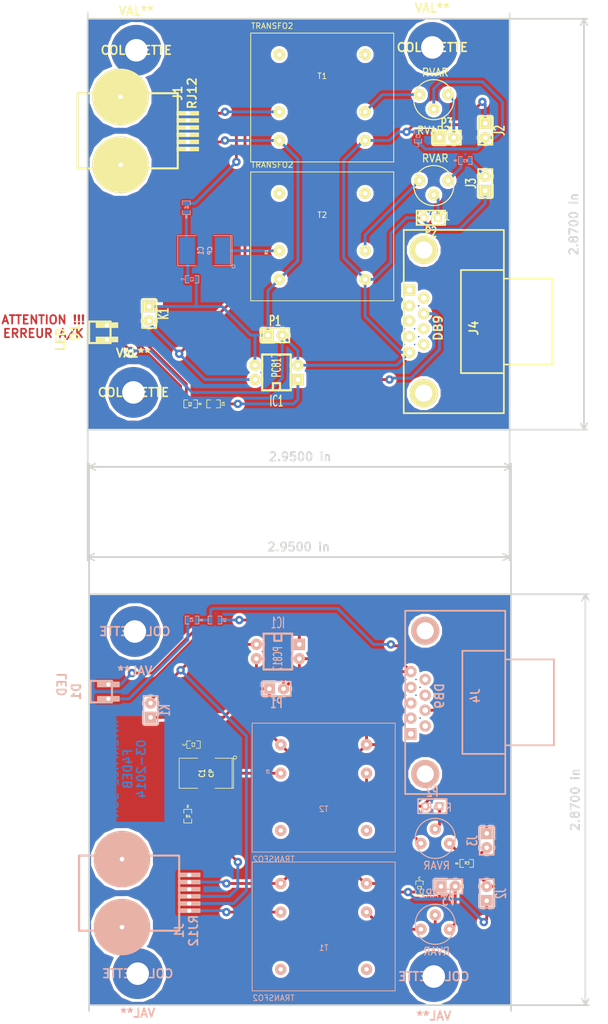
<source format=kicad_pcb>
(kicad_pcb (version 3) (host pcbnew "(2013-07-07 BZR 4022)-stable")
  (layers (15 Dessus.Cu signal) (0 Dessous.Cu signal))
  (net 0 "")
  (net 1 AGND)
  (net 2 DGND)
  (net 3 N-0000015)
  (net 4 N-0000016)
  (net 5 N-0000017)
  (net 6 N-0000018)
  (net 7 N-000002)
  (net 8 N-0000026)
  (net 9 N-000003)
  (net 10 N-0000030)
  (net 11 N-0000031)
  (net 12 N-0000032)
  (net 13 N-000004)
  (net 14 N-000005)
  (net 15 N-000006)
  (net 16 N-000007)
  (net 17 N-000008)
  (module COLONETTE (layer Dessous.Cu) (at 199.39 129.032)
    (fp_text reference COLONETTE)
    (fp_text value VAL**)
    (pad 1 thru_hole circle (at 0 0) (size 8.99922 8.99922) (drill 4.0005) (layers *.Cu))
  )
  (module COLONETTE (layer Dessous.Cu) (at 252.476 190.246)
    (fp_text reference COLONETTE)
    (fp_text value VAL**)
    (pad 1 thru_hole circle (at 0 0) (size 8.99922 8.99922) (drill 4.0005) (layers *.Cu))
  )
  (module COLONETTE (layer Dessous.Cu) (at 199.898 189.738)
    (fp_text reference COLONETTE)
    (fp_text value VAL**)
    (pad 1 thru_hole circle (at 0 0) (size 8.99922 8.99922) (drill 4.0005) (layers *.Cu))
  )
  (module SIL-2 (layer Dessous.Cu) (at 202.184 143.002 90)
    (fp_text reference K1)
    (fp_text value CONN_2 hide)
    (pad 1 thru_hole rect (at -1.27 0 90) (size 2 2) (drill 0.8128) (layers *.Cu *.Mask Dessous.SilkS) (net 1 AGND))
    (pad 2 thru_hole circle (at 1.27 0 90) (size 2 2) (drill 0.8128) (layers *.Cu *.Mask Dessous.SilkS) (net 15 N-000006))
  )
  (module SIL-2 (layer Dessous.Cu) (at 261.874 166.116 270)
    (fp_text reference J3)
    (fp_text value JACK_MONO_F hide)
    (pad 1 thru_hole rect (at -1.27 0 270) (size 2 2) (drill 0.8128) (layers *.Cu *.Mask Dessous.SilkS) (net 2 DGND))
    (pad 2 thru_hole circle (at 1.27 0 270) (size 2 2) (drill 0.8128) (layers *.Cu *.Mask Dessous.SilkS) (net 6 N-0000018))
  )
  (module SIL-2 (layer Dessous.Cu) (at 261.874 175.514 90)
    (fp_text reference J2)
    (fp_text value JACK_MONO_F hide)
    (pad 1 thru_hole rect (at -1.27 0 90) (size 2 2) (drill 0.8128) (layers *.Cu *.Mask Dessous.SilkS) (net 2 DGND))
    (pad 2 thru_hole circle (at 1.27 0 90) (size 2 2) (drill 0.8128) (layers *.Cu *.Mask Dessous.SilkS) (net 16 N-000007))
  )
  (module TR_AUDIO (layer Dessous.Cu) (at 225.298 164.338)
    (fp_text reference T2)
    (fp_text value TRANSFO2)
    (pad 1 thru_hole circle (at 0 0) (size 2 2) (drill 0.8) (layers *.Cu *.Mask Dessous.SilkS))
    (pad 4 thru_hole circle (at 0 -10.16) (size 2 2) (drill 0.8) (layers *.Cu *.Mask Dessous.SilkS) (net 3 N-0000015))
    (pad 3 thru_hole circle (at 0 -15.24) (size 2 2) (drill 0.8) (layers *.Cu *.Mask Dessous.SilkS) (net 1 AGND))
    (pad 5 thru_hole circle (at 15.24 -15.24) (size 2 2) (drill 0.8) (layers *.Cu *.Mask Dessous.SilkS) (net 2 DGND))
    (pad 6 thru_hole circle (at 15.24 -10.16) (size 2 2) (drill 0.8) (layers *.Cu *.Mask Dessous.SilkS) (net 4 N-0000016))
    (pad 2 thru_hole circle (at 15.24 0) (size 2 2) (drill 0.8) (layers *.Cu *.Mask Dessous.SilkS))
  )
  (module DIP-4__300 (layer Dessous.Cu) (at 224.79 133.858 270)
    (fp_text reference IC1)
    (fp_text value PC817)
    (pad 1 thru_hole rect (at -2.54 -3.81 270) (size 2 2) (drill 0.8128) (layers *.Cu *.Mask Dessous.SilkS) (net 9 N-000003))
    (pad 2 thru_hole circle (at 0 -3.81 270) (size 2 2) (drill 0.8128) (layers *.Cu *.Mask Dessous.SilkS) (net 2 DGND))
    (pad 3 thru_hole circle (at 0 3.81 270) (size 2 2) (drill 0.8128) (layers *.Cu *.Mask Dessous.SilkS) (net 1 AGND))
    (pad 4 thru_hole circle (at -2.54 3.81 270) (size 2 2) (drill 0.8128) (layers *.Cu *.Mask Dessous.SilkS) (net 15 N-000006))
  )
  (module LED-BI (layer Dessous.Cu) (at 194.056 138.43 270)
    (fp_text reference D1)
    (fp_text value LED)
    (pad 1 thru_hole rect (at 0 -0.635 270) (size 1.00076 4.0005) (drill 0.762) (layers *.Mask Dessous.Cu Dessous.SilkS) (net 2 DGND))
    (pad 2 thru_hole rect (at 2.54 -0.635 270) (size 1.00076 4.0005) (drill 0.762) (layers *.Mask Dessous.Cu Dessous.SilkS) (net 7 N-000002))
  )
  (module SM2112L (layer Dessus.Cu) (at 212.09 154.178 180)
    (fp_text reference C1)
    (fp_text value CP)
    (pad 2 smd rect (at 3.175 0 180) (size 2.794 4.826) (layers Dessus.Cu Dessus.Pate Dessus.Masque) (net 12 N-0000032))
    (pad 1 smd rect (at -3.175 0 180) (size 2.794 4.826) (layers Dessus.Cu Dessus.Pate Dessus.Masque) (net 3 N-0000015))
  )
  (module RJ12_CMS (layer Dessous.Cu) (at 207.264 182.118 90)
    (fp_text reference J1)
    (fp_text value RJ12)
    (pad 4 thru_hole rect (at 7.366 1.778 90) (size 0.8001 4.0005) (drill 0.762) (layers *.Mask Dessous.Cu Dessous.SilkS))
    (pad 2 thru_hole rect (at 4.826 1.778 90) (size 0.8001 4.0005) (drill 0.762) (layers *.Mask Dessous.Cu Dessous.SilkS) (net 15 N-000006))
    (pad 6 thru_hole rect (at 9.906 1.778 90) (size 0.8001 4.0005) (drill 0.762) (layers *.Mask Dessous.Cu Dessous.SilkS))
    (pad 1 thru_hole rect (at 3.556 1.778 90) (size 0.8001 4.0005) (drill 0.762) (layers *.Mask Dessous.Cu Dessous.SilkS) (net 5 N-0000017))
    (pad 3 thru_hole rect (at 6.096 1.778 90) (size 0.8001 4.0005) (drill 0.762) (layers *.Mask Dessous.Cu Dessous.SilkS) (net 8 N-0000026))
    (pad 5 thru_hole rect (at 8.636 1.778 90) (size 0.8001 4.0005) (drill 0.762) (layers *.Mask Dessous.Cu Dessous.SilkS) (net 1 AGND))
    (pad 8 thru_hole circle (at 12.7 -10.16 90) (size 10 10) (drill 0.8128) (layers *.Cu *.Mask Dessous.SilkS))
    (pad 7 thru_hole circle (at 0.635 -10.16 90) (size 10 10) (drill 0.8128) (layers *.Cu *.Mask Dessous.SilkS))
  )
  (module DB9FC (layer Dessous.Cu) (at 249.682 141.732 90)
    (fp_text reference J4)
    (fp_text value DB9)
    (pad "" thru_hole circle (at 12.827 1.27 90) (size 5 5) (drill 3.048) (layers *.Cu *.Mask Dessous.SilkS))
    (pad "" thru_hole circle (at -12.573 1.27 90) (size 5 5) (drill 3.048) (layers *.Cu *.Mask Dessous.SilkS))
    (pad 1 thru_hole rect (at -5.461 -1.27 90) (size 2 2) (drill 1.016) (layers *.Cu *.Mask Dessous.SilkS))
    (pad 2 thru_hole circle (at -2.667 -1.27 90) (size 2 2) (drill 1.016) (layers *.Cu *.Mask Dessous.SilkS))
    (pad 3 thru_hole circle (at 0 -1.27 90) (size 2 2) (drill 1.016) (layers *.Cu *.Mask Dessous.SilkS))
    (pad 4 thru_hole circle (at 2.794 -1.27 90) (size 2 2) (drill 1.016) (layers *.Cu *.Mask Dessous.SilkS))
    (pad 5 thru_hole circle (at 5.588 -1.27 90) (size 2 2) (drill 1.016) (layers *.Cu *.Mask Dessous.SilkS) (net 2 DGND))
    (pad 6 thru_hole circle (at -4.064 1.27 90) (size 2 2) (drill 1.016) (layers *.Cu *.Mask Dessous.SilkS))
    (pad 7 thru_hole circle (at -1.27 1.27 90) (size 2 2) (drill 1.016) (layers *.Cu *.Mask Dessous.SilkS) (net 13 N-000004))
    (pad 8 thru_hole circle (at 1.397 1.27 90) (size 2 2) (drill 1.016) (layers *.Cu *.Mask Dessous.SilkS))
    (pad 9 thru_hole circle (at 4.191 1.27 90) (size 2 2) (drill 1.016) (layers *.Cu *.Mask Dessous.SilkS))
  )
  (module RV2 (layer Dessous.Cu) (at 252.73 165.354 180)
    (fp_text reference RVAR1)
    (fp_text value RVAR)
    (pad 1 thru_hole circle (at -2.54 -1.27 180) (size 2 2) (drill 0.8128) (layers *.Cu *.Mask Dessous.SilkS) (net 10 N-0000030))
    (pad 2 thru_hole circle (at 0 1.27 180) (size 2 2) (drill 0.8128) (layers *.Cu *.Mask Dessous.SilkS) (net 11 N-0000031))
    (pad 3 thru_hole circle (at 2.54 -1.27 180) (size 2 2) (drill 0.8128) (layers *.Cu *.Mask Dessous.SilkS) (net 4 N-0000016))
  )
  (module RV2 (layer Dessous.Cu) (at 252.73 180.594 180)
    (fp_text reference RVAR2)
    (fp_text value RVAR)
    (pad 1 thru_hole circle (at -2.54 -1.27 180) (size 2 2) (drill 0.8128) (layers *.Cu *.Mask Dessous.SilkS) (net 14 N-000005))
    (pad 2 thru_hole circle (at 0 1.27 180) (size 2 2) (drill 0.8128) (layers *.Cu *.Mask Dessous.SilkS) (net 16 N-000007))
    (pad 3 thru_hole circle (at 2.54 -1.27 180) (size 2 2) (drill 0.8128) (layers *.Cu *.Mask Dessous.SilkS) (net 17 N-000008))
  )
  (module SIL-2 (layer Dessous.Cu) (at 252.222 160.02 180)
    (fp_text reference P2)
    (fp_text value CAVALIER hide)
    (pad 1 thru_hole rect (at -1.27 0 180) (size 1.397 1.397) (drill 0.8128) (layers *.Cu *.Mask Dessous.SilkS) (net 11 N-0000031))
    (pad 2 thru_hole circle (at 1.27 0 180) (size 1.397 1.397) (drill 0.8128) (layers *.Cu *.Mask Dessous.SilkS) (net 2 DGND))
  )
  (module SIL-2 (layer Dessous.Cu) (at 224.536 139.192)
    (fp_text reference P1)
    (fp_text value CAVALIER hide)
    (pad 1 thru_hole rect (at -1.27 0) (size 2 2) (drill 0.8128) (layers *.Cu *.Mask Dessous.SilkS) (net 1 AGND))
    (pad 2 thru_hole circle (at 1.27 0) (size 2 2) (drill 0.8128) (layers *.Cu *.Mask Dessous.SilkS) (net 2 DGND))
  )
  (module SIL-2 (layer Dessous.Cu) (at 255.016 174.244)
    (fp_text reference P3)
    (fp_text value CAVALIER hide)
    (pad 1 thru_hole rect (at -1.27 0) (size 2 2) (drill 0.8128) (layers *.Cu *.Mask Dessous.SilkS) (net 2 DGND))
    (pad 2 thru_hole circle (at 1.27 0) (size 2 2) (drill 0.8128) (layers *.Cu *.Mask Dessous.SilkS) (net 14 N-000005))
  )
  (module SM0603_Capa (layer Dessus.Cu) (at 249.936 174.498 270)
    (fp_text reference C3)
    (fp_text value C)
    (pad 1 smd rect (at -0.762 0 270) (size 0.635 1.143) (layers Dessus.Cu Dessus.Pate Dessus.Masque) (net 16 N-000007))
    (pad 2 smd rect (at 0.762 0 270) (size 0.635 1.143) (layers Dessus.Cu Dessus.Pate Dessus.Masque) (net 2 DGND))
  )
  (module SM0603_Capa (layer Dessus.Cu) (at 209.804 149.098)
    (fp_text reference C2)
    (fp_text value C)
    (pad 1 smd rect (at -0.762 0) (size 0.635 1.143) (layers Dessus.Cu Dessus.Pate Dessus.Masque) (net 12 N-0000032))
    (pad 2 smd rect (at 0.762 0) (size 0.635 1.143) (layers Dessus.Cu Dessus.Pate Dessus.Masque) (net 1 AGND))
  )
  (module SM0603_Resistor (layer Dessus.Cu) (at 258.318 170.18)
    (fp_text reference R3)
    (fp_text value R)
    (pad 1 smd rect (at -0.762 0) (size 0.635 1.143) (layers Dessus.Cu Dessus.Pate Dessus.Masque) (net 10 N-0000030))
    (pad 2 smd rect (at 0.762 0) (size 0.635 1.143) (layers Dessus.Cu Dessus.Pate Dessus.Masque) (net 6 N-0000018))
  )
  (module SM0603_Resistor (layer Dessous.Cu) (at 213.614 127 180)
    (fp_text reference R1)
    (fp_text value 1k)
    (pad 1 smd rect (at -0.762 0 180) (size 0.635 1.143) (layers Dessous.Cu Dessous.Pate Dessous.Masque) (net 9 N-000003))
    (pad 2 smd rect (at 0.762 0 180) (size 0.635 1.143) (layers Dessous.Cu Dessous.Pate Dessous.Masque) (net 13 N-000004))
  )
  (module SM0603_Resistor (layer Dessous.Cu) (at 209.55 127 180)
    (fp_text reference R2)
    (fp_text value R)
    (pad 1 smd rect (at -0.762 0 180) (size 0.635 1.143) (layers Dessous.Cu Dessous.Pate Dessous.Masque) (net 13 N-000004))
    (pad 2 smd rect (at 0.762 0 180) (size 0.635 1.143) (layers Dessous.Cu Dessous.Pate Dessous.Masque) (net 7 N-000002))
  )
  (module SM0603_Resistor (layer Dessus.Cu) (at 208.788 161.798 270)
    (fp_text reference R4)
    (fp_text value R)
    (pad 1 smd rect (at -0.762 0 270) (size 0.635 1.143) (layers Dessus.Cu Dessus.Pate Dessus.Masque) (net 12 N-0000032))
    (pad 2 smd rect (at 0.762 0 270) (size 0.635 1.143) (layers Dessus.Cu Dessus.Pate Dessus.Masque) (net 8 N-0000026))
  )
  (module TR_AUDIO (layer Dessous.Cu) (at 225.298 188.976)
    (fp_text reference T1)
    (fp_text value TRANSFO2)
    (pad 1 thru_hole circle (at 0 0) (size 2 2) (drill 0.8) (layers *.Cu *.Mask Dessous.SilkS))
    (pad 4 thru_hole circle (at 0 -10.16) (size 2 2) (drill 0.8) (layers *.Cu *.Mask Dessous.SilkS) (net 5 N-0000017))
    (pad 3 thru_hole circle (at 0 -15.24) (size 2 2) (drill 0.8) (layers *.Cu *.Mask Dessous.SilkS) (net 1 AGND))
    (pad 5 thru_hole circle (at 15.24 -15.24) (size 2 2) (drill 0.8) (layers *.Cu *.Mask Dessous.SilkS) (net 2 DGND))
    (pad 6 thru_hole circle (at 15.24 -10.16) (size 2 2) (drill 0.8) (layers *.Cu *.Mask Dessous.SilkS) (net 17 N-000008))
    (pad 2 thru_hole circle (at 15.24 0) (size 2 2) (drill 0.8) (layers *.Cu *.Mask Dessous.SilkS))
  )
  (module TR_AUDIO (layer Dessus.Cu) (at 225.044 26.67)
    (fp_text reference T1)
    (fp_text value TRANSFO2)
    (pad 1 thru_hole circle (at 0 0) (size 2 2) (drill 0.8) (layers *.Cu *.Mask Dessus.SilkS))
    (pad 4 thru_hole circle (at 0 10.16) (size 2 2) (drill 0.8) (layers *.Cu *.Mask Dessus.SilkS) (net 5 N-0000017))
    (pad 3 thru_hole circle (at 0 15.24) (size 2 2) (drill 0.8) (layers *.Cu *.Mask Dessus.SilkS) (net 1 AGND))
    (pad 5 thru_hole circle (at 15.24 15.24) (size 2 2) (drill 0.8) (layers *.Cu *.Mask Dessus.SilkS) (net 2 DGND))
    (pad 6 thru_hole circle (at 15.24 10.16) (size 2 2) (drill 0.8) (layers *.Cu *.Mask Dessus.SilkS) (net 17 N-000008))
    (pad 2 thru_hole circle (at 15.24 0) (size 2 2) (drill 0.8) (layers *.Cu *.Mask Dessus.SilkS))
  )
  (module SM0603_Resistor (layer Dessous.Cu) (at 208.534 53.848 90)
    (fp_text reference R4)
    (fp_text value R)
    (pad 1 smd rect (at -0.762 0 90) (size 0.635 1.143) (layers Dessous.Cu Dessous.Pate Dessous.Masque) (net 12 N-0000032))
    (pad 2 smd rect (at 0.762 0 90) (size 0.635 1.143) (layers Dessous.Cu Dessous.Pate Dessous.Masque) (net 8 N-0000026))
  )
  (module SM0603_Resistor (layer Dessus.Cu) (at 209.296 88.646 180)
    (fp_text reference R2)
    (fp_text value R)
    (pad 1 smd rect (at -0.762 0 180) (size 0.635 1.143) (layers Dessus.Cu Dessus.Pate Dessus.Masque) (net 13 N-000004))
    (pad 2 smd rect (at 0.762 0 180) (size 0.635 1.143) (layers Dessus.Cu Dessus.Pate Dessus.Masque) (net 7 N-000002))
  )
  (module SM0603_Resistor (layer Dessus.Cu) (at 213.36 88.646 180)
    (fp_text reference R1)
    (fp_text value 1k)
    (pad 1 smd rect (at -0.762 0 180) (size 0.635 1.143) (layers Dessus.Cu Dessus.Pate Dessus.Masque) (net 9 N-000003))
    (pad 2 smd rect (at 0.762 0 180) (size 0.635 1.143) (layers Dessus.Cu Dessus.Pate Dessus.Masque) (net 13 N-000004))
  )
  (module SM0603_Resistor (layer Dessous.Cu) (at 258.064 45.466)
    (fp_text reference R3)
    (fp_text value R)
    (pad 1 smd rect (at -0.762 0) (size 0.635 1.143) (layers Dessous.Cu Dessous.Pate Dessous.Masque) (net 10 N-0000030))
    (pad 2 smd rect (at 0.762 0) (size 0.635 1.143) (layers Dessous.Cu Dessous.Pate Dessous.Masque) (net 6 N-0000018))
  )
  (module SM0603_Capa (layer Dessous.Cu) (at 209.55 66.548)
    (fp_text reference C2)
    (fp_text value C)
    (pad 1 smd rect (at -0.762 0) (size 0.635 1.143) (layers Dessous.Cu Dessous.Pate Dessous.Masque) (net 12 N-0000032))
    (pad 2 smd rect (at 0.762 0) (size 0.635 1.143) (layers Dessous.Cu Dessous.Pate Dessous.Masque) (net 1 AGND))
  )
  (module SM0603_Capa (layer Dessous.Cu) (at 249.682 41.148 90)
    (fp_text reference C3)
    (fp_text value C)
    (pad 1 smd rect (at -0.762 0 90) (size 0.635 1.143) (layers Dessous.Cu Dessous.Pate Dessous.Masque) (net 16 N-000007))
    (pad 2 smd rect (at 0.762 0 90) (size 0.635 1.143) (layers Dessous.Cu Dessous.Pate Dessous.Masque) (net 2 DGND))
  )
  (module SIL-2 (layer Dessus.Cu) (at 254.762 41.402)
    (fp_text reference P3)
    (fp_text value CAVALIER hide)
    (pad 1 thru_hole rect (at -1.27 0) (size 2 2) (drill 0.8128) (layers *.Cu *.Mask Dessus.SilkS) (net 2 DGND))
    (pad 2 thru_hole circle (at 1.27 0) (size 2 2) (drill 0.8128) (layers *.Cu *.Mask Dessus.SilkS) (net 14 N-000005))
  )
  (module SIL-2 (layer Dessus.Cu) (at 224.282 76.454)
    (fp_text reference P1)
    (fp_text value CAVALIER hide)
    (pad 1 thru_hole rect (at -1.27 0) (size 2 2) (drill 0.8128) (layers *.Cu *.Mask Dessus.SilkS) (net 1 AGND))
    (pad 2 thru_hole circle (at 1.27 0) (size 2 2) (drill 0.8128) (layers *.Cu *.Mask Dessus.SilkS) (net 2 DGND))
  )
  (module SIL-2 (layer Dessus.Cu) (at 251.968 55.626 180)
    (fp_text reference P2)
    (fp_text value CAVALIER hide)
    (pad 1 thru_hole rect (at -1.27 0 180) (size 1.397 1.397) (drill 0.8128) (layers *.Cu *.Mask Dessus.SilkS) (net 11 N-0000031))
    (pad 2 thru_hole circle (at 1.27 0 180) (size 1.397 1.397) (drill 0.8128) (layers *.Cu *.Mask Dessus.SilkS) (net 2 DGND))
  )
  (module RV2 (layer Dessus.Cu) (at 252.476 35.052 180)
    (fp_text reference RVAR2)
    (fp_text value RVAR)
    (pad 1 thru_hole circle (at -2.54 1.27 180) (size 2 2) (drill 0.8128) (layers *.Cu *.Mask Dessus.SilkS) (net 14 N-000005))
    (pad 2 thru_hole circle (at 0 -1.27 180) (size 2 2) (drill 0.8128) (layers *.Cu *.Mask Dessus.SilkS) (net 16 N-000007))
    (pad 3 thru_hole circle (at 2.54 1.27 180) (size 2 2) (drill 0.8128) (layers *.Cu *.Mask Dessus.SilkS) (net 17 N-000008))
  )
  (module RV2 (layer Dessus.Cu) (at 252.476 50.292 180)
    (fp_text reference RVAR1)
    (fp_text value RVAR)
    (pad 1 thru_hole circle (at -2.54 1.27 180) (size 2 2) (drill 0.8128) (layers *.Cu *.Mask Dessus.SilkS) (net 10 N-0000030))
    (pad 2 thru_hole circle (at 0 -1.27 180) (size 2 2) (drill 0.8128) (layers *.Cu *.Mask Dessus.SilkS) (net 11 N-0000031))
    (pad 3 thru_hole circle (at 2.54 1.27 180) (size 2 2) (drill 0.8128) (layers *.Cu *.Mask Dessus.SilkS) (net 4 N-0000016))
  )
  (module DB9FC (layer Dessus.Cu) (at 249.428 73.914 270)
    (fp_text reference J4)
    (fp_text value DB9)
    (pad "" thru_hole circle (at 12.827 -1.27 270) (size 5 5) (drill 3.048) (layers *.Cu *.Mask Dessus.SilkS))
    (pad "" thru_hole circle (at -12.573 -1.27 270) (size 5 5) (drill 3.048) (layers *.Cu *.Mask Dessus.SilkS))
    (pad 1 thru_hole rect (at -5.461 1.27 270) (size 2 2) (drill 1.016) (layers *.Cu *.Mask Dessus.SilkS))
    (pad 2 thru_hole circle (at -2.667 1.27 270) (size 2 2) (drill 1.016) (layers *.Cu *.Mask Dessus.SilkS))
    (pad 3 thru_hole circle (at 0 1.27 270) (size 2 2) (drill 1.016) (layers *.Cu *.Mask Dessus.SilkS))
    (pad 4 thru_hole circle (at 2.794 1.27 270) (size 2 2) (drill 1.016) (layers *.Cu *.Mask Dessus.SilkS))
    (pad 5 thru_hole circle (at 5.588 1.27 270) (size 2 2) (drill 1.016) (layers *.Cu *.Mask Dessus.SilkS) (net 2 DGND))
    (pad 6 thru_hole circle (at -4.064 -1.27 270) (size 2 2) (drill 1.016) (layers *.Cu *.Mask Dessus.SilkS))
    (pad 7 thru_hole circle (at -1.27 -1.27 270) (size 2 2) (drill 1.016) (layers *.Cu *.Mask Dessus.SilkS) (net 13 N-000004))
    (pad 8 thru_hole circle (at 1.397 -1.27 270) (size 2 2) (drill 1.016) (layers *.Cu *.Mask Dessus.SilkS))
    (pad 9 thru_hole circle (at 4.191 -1.27 270) (size 2 2) (drill 1.016) (layers *.Cu *.Mask Dessus.SilkS))
  )
  (module RJ12_CMS (layer Dessus.Cu) (at 207.01 33.528 270)
    (fp_text reference J1)
    (fp_text value RJ12)
    (pad 4 thru_hole rect (at 7.366 -1.778 270) (size 0.8001 4.0005) (drill 0.762) (layers *.Mask Dessus.Cu Dessus.SilkS))
    (pad 2 thru_hole rect (at 4.826 -1.778 270) (size 0.8001 4.0005) (drill 0.762) (layers *.Mask Dessus.Cu Dessus.SilkS) (net 15 N-000006))
    (pad 6 thru_hole rect (at 9.906 -1.778 270) (size 0.8001 4.0005) (drill 0.762) (layers *.Mask Dessus.Cu Dessus.SilkS))
    (pad 1 thru_hole rect (at 3.556 -1.778 270) (size 0.8001 4.0005) (drill 0.762) (layers *.Mask Dessus.Cu Dessus.SilkS) (net 5 N-0000017))
    (pad 3 thru_hole rect (at 6.096 -1.778 270) (size 0.8001 4.0005) (drill 0.762) (layers *.Mask Dessus.Cu Dessus.SilkS) (net 8 N-0000026))
    (pad 5 thru_hole rect (at 8.636 -1.778 270) (size 0.8001 4.0005) (drill 0.762) (layers *.Mask Dessus.Cu Dessus.SilkS) (net 1 AGND))
    (pad 8 thru_hole circle (at 12.7 10.16 270) (size 10 10) (drill 0.8128) (layers *.Cu *.Mask Dessus.SilkS))
    (pad 7 thru_hole circle (at 0.635 10.16 270) (size 10 10) (drill 0.8128) (layers *.Cu *.Mask Dessus.SilkS))
  )
  (module SM2112L (layer Dessous.Cu) (at 211.836 61.468 180)
    (fp_text reference C1)
    (fp_text value CP)
    (pad 2 smd rect (at 3.175 0 180) (size 2.794 4.826) (layers Dessous.Cu Dessous.Pate Dessous.Masque) (net 12 N-0000032))
    (pad 1 smd rect (at -3.175 0 180) (size 2.794 4.826) (layers Dessous.Cu Dessous.Pate Dessous.Masque) (net 3 N-0000015))
  )
  (module LED-BI (layer Dessus.Cu) (at 193.802 77.216 90)
    (fp_text reference D1)
    (fp_text value LED)
    (pad 1 thru_hole rect (at 0 0.635 90) (size 1.00076 4.0005) (drill 0.762) (layers *.Mask Dessus.Cu Dessus.SilkS) (net 2 DGND))
    (pad 2 thru_hole rect (at 2.54 0.635 90) (size 1.00076 4.0005) (drill 0.762) (layers *.Mask Dessus.Cu Dessus.SilkS) (net 7 N-000002))
  )
  (module DIP-4__300 (layer Dessus.Cu) (at 224.536 81.788 90)
    (fp_text reference IC1)
    (fp_text value PC817)
    (pad 1 thru_hole rect (at -2.54 3.81 90) (size 2 2) (drill 0.8128) (layers *.Cu *.Mask Dessus.SilkS) (net 9 N-000003))
    (pad 2 thru_hole circle (at 0 3.81 90) (size 2 2) (drill 0.8128) (layers *.Cu *.Mask Dessus.SilkS) (net 2 DGND))
    (pad 3 thru_hole circle (at 0 -3.81 90) (size 2 2) (drill 0.8128) (layers *.Cu *.Mask Dessus.SilkS) (net 1 AGND))
    (pad 4 thru_hole circle (at -2.54 -3.81 90) (size 2 2) (drill 0.8128) (layers *.Cu *.Mask Dessus.SilkS) (net 15 N-000006))
  )
  (module TR_AUDIO (layer Dessus.Cu) (at 225.044 51.308)
    (fp_text reference T2)
    (fp_text value TRANSFO2)
    (pad 1 thru_hole circle (at 0 0) (size 2 2) (drill 0.8) (layers *.Cu *.Mask Dessus.SilkS))
    (pad 4 thru_hole circle (at 0 10.16) (size 2 2) (drill 0.8) (layers *.Cu *.Mask Dessus.SilkS) (net 3 N-0000015))
    (pad 3 thru_hole circle (at 0 15.24) (size 2 2) (drill 0.8) (layers *.Cu *.Mask Dessus.SilkS) (net 1 AGND))
    (pad 5 thru_hole circle (at 15.24 15.24) (size 2 2) (drill 0.8) (layers *.Cu *.Mask Dessus.SilkS) (net 2 DGND))
    (pad 6 thru_hole circle (at 15.24 10.16) (size 2 2) (drill 0.8) (layers *.Cu *.Mask Dessus.SilkS) (net 4 N-0000016))
    (pad 2 thru_hole circle (at 15.24 0) (size 2 2) (drill 0.8) (layers *.Cu *.Mask Dessus.SilkS))
  )
  (module SIL-2 (layer Dessus.Cu) (at 261.62 40.132 270)
    (fp_text reference J2)
    (fp_text value JACK_MONO_F hide)
    (pad 1 thru_hole rect (at -1.27 0 270) (size 2 2) (drill 0.8128) (layers *.Cu *.Mask Dessus.SilkS) (net 2 DGND))
    (pad 2 thru_hole circle (at 1.27 0 270) (size 2 2) (drill 0.8128) (layers *.Cu *.Mask Dessus.SilkS) (net 16 N-000007))
  )
  (module SIL-2 (layer Dessus.Cu) (at 261.62 49.53 90)
    (fp_text reference J3)
    (fp_text value JACK_MONO_F hide)
    (pad 1 thru_hole rect (at -1.27 0 90) (size 2 2) (drill 0.8128) (layers *.Cu *.Mask Dessus.SilkS) (net 2 DGND))
    (pad 2 thru_hole circle (at 1.27 0 90) (size 2 2) (drill 0.8128) (layers *.Cu *.Mask Dessus.SilkS) (net 6 N-0000018))
  )
  (module SIL-2 (layer Dessus.Cu) (at 201.93 72.644 270)
    (fp_text reference K1)
    (fp_text value CONN_2 hide)
    (pad 1 thru_hole rect (at -1.27 0 270) (size 2 2) (drill 0.8128) (layers *.Cu *.Mask Dessus.SilkS) (net 1 AGND))
    (pad 2 thru_hole circle (at 1.27 0 270) (size 2 2) (drill 0.8128) (layers *.Cu *.Mask Dessus.SilkS) (net 15 N-000006))
  )
  (module COLONETTE (layer Dessus.Cu) (at 199.644 25.908)
    (fp_text reference COLONETTE)
    (fp_text value VAL**)
    (pad 1 thru_hole circle (at 0 0) (size 8.99922 8.99922) (drill 4.0005) (layers *.Cu))
  )
  (module COLONETTE (layer Dessus.Cu) (at 252.222 25.4)
    (fp_text reference COLONETTE)
    (fp_text value VAL**)
    (pad 1 thru_hole circle (at 0 0) (size 8.99922 8.99922) (drill 4.0005) (layers *.Cu))
  )
  (module COLONETTE (layer Dessus.Cu) (at 199.136 86.614)
    (fp_text reference COLONETTE)
    (fp_text value VAL**)
    (pad 1 thru_hole circle (at 0 0) (size 8.99922 8.99922) (drill 4.0005) (layers *.Cu))
  )
  (gr_text "ATTENTION !!!\nERREUR A/K" (at 183.134 74.93) (layer Dessus.Cu) (effects (font (size 1.5 1.5) (thickness 0.3))))
  (gr_text "INTERFACE SON\nF4DEB\n03-2014" (at 198.12 153.416 90) (layer Dessous.Cu) (effects (font (size 1.5 1.5) (thickness 0.3)) (justify mirror)))
  (gr_text "INTERFACE SON\nF4DEB\n03-2014" (at 197.866 62.23 90) (layer Dessus.Cu) (effects (font (size 1.5 1.5) (thickness 0.3))))
  (segment (start 220.98 139.192) (end 223.266 139.192) (width 0.5) (layer Dessus.Cu) (net 1))
  (segment (start 215.138 144.272) (end 220.218 139.192) (width 0.5) (layer Dessus.Cu) (net 1))
  (segment (start 220.218 139.192) (end 220.98 139.192) (width 0.5) (layer Dessus.Cu) (net 1))
  (segment (start 210.312 144.272) (end 215.138 144.272) (width 0.5) (layer Dessus.Cu) (net 1))
  (segment (start 202.184 144.272) (end 210.312 144.272) (width 0.5) (layer Dessus.Cu) (net 1))
  (segment (start 228.6 152.4) (end 225.298 149.098) (width 0.5) (layer Dessus.Cu) (net 1))
  (segment (start 228.6 170.434) (end 228.6 152.4) (width 0.5) (layer Dessus.Cu) (net 1))
  (segment (start 227.33 171.704) (end 228.6 170.434) (width 0.5) (layer Dessus.Cu) (net 1))
  (segment (start 225.298 173.736) (end 227.33 171.704) (width 0.5) (layer Dessus.Cu) (net 1))
  (via (at 215.646 173.736) (size 1.5) (layers Dessus.Cu Dessous.Cu) (net 1))
  (segment (start 215.646 173.736) (end 215.392 173.482) (width 0.5) (layer Dessous.Cu) (net 1))
  (segment (start 215.392 173.482) (end 209.042 173.482) (width 0.5) (layer Dessous.Cu) (net 1))
  (segment (start 225.298 173.736) (end 215.646 173.736) (width 0.5) (layer Dessus.Cu) (net 1))
  (segment (start 210.566 144.272) (end 210.312 144.272) (width 0.5) (layer Dessus.Cu) (net 1))
  (segment (start 210.566 149.098) (end 210.566 144.272) (width 0.5) (layer Dessus.Cu) (net 1))
  (segment (start 223.266 147.066) (end 225.298 149.098) (width 0.5) (layer Dessus.Cu) (net 1))
  (segment (start 223.266 139.192) (end 223.266 147.066) (width 0.5) (layer Dessus.Cu) (net 1))
  (segment (start 220.98 133.858) (end 220.98 139.192) (width 0.5) (layer Dessus.Cu) (net 1))
  (segment (start 220.726 81.788) (end 220.726 76.454) (width 0.5) (layer Dessous.Cu) (net 1))
  (segment (start 223.012 76.454) (end 223.012 68.58) (width 0.5) (layer Dessous.Cu) (net 1))
  (segment (start 223.012 68.58) (end 225.044 66.548) (width 0.5) (layer Dessous.Cu) (net 1))
  (segment (start 210.312 66.548) (end 210.312 71.374) (width 0.5) (layer Dessous.Cu) (net 1))
  (segment (start 210.312 71.374) (end 210.058 71.374) (width 0.5) (layer Dessous.Cu) (net 1))
  (segment (start 225.044 41.91) (end 215.392 41.91) (width 0.5) (layer Dessous.Cu) (net 1))
  (segment (start 215.138 42.164) (end 208.788 42.164) (width 0.5) (layer Dessus.Cu) (net 1))
  (segment (start 215.392 41.91) (end 215.138 42.164) (width 0.5) (layer Dessus.Cu) (net 1))
  (via (at 215.392 41.91) (size 1.5) (layers Dessus.Cu Dessous.Cu) (net 1))
  (segment (start 225.044 41.91) (end 227.076 43.942) (width 0.5) (layer Dessous.Cu) (net 1))
  (segment (start 227.076 43.942) (end 228.346 45.212) (width 0.5) (layer Dessous.Cu) (net 1))
  (segment (start 228.346 45.212) (end 228.346 63.246) (width 0.5) (layer Dessous.Cu) (net 1))
  (segment (start 228.346 63.246) (end 225.044 66.548) (width 0.5) (layer Dessous.Cu) (net 1))
  (segment (start 201.93 71.374) (end 210.058 71.374) (width 0.5) (layer Dessous.Cu) (net 1))
  (segment (start 210.058 71.374) (end 214.884 71.374) (width 0.5) (layer Dessous.Cu) (net 1))
  (segment (start 219.964 76.454) (end 220.726 76.454) (width 0.5) (layer Dessous.Cu) (net 1))
  (segment (start 214.884 71.374) (end 219.964 76.454) (width 0.5) (layer Dessous.Cu) (net 1))
  (segment (start 220.726 76.454) (end 223.012 76.454) (width 0.5) (layer Dessous.Cu) (net 1))
  (segment (start 244.856 173.736) (end 246.38 175.26) (width 0.5) (layer Dessus.Cu) (net 2))
  (segment (start 247.904 175.26) (end 249.936 175.26) (width 0.5) (layer Dessus.Cu) (net 2))
  (segment (start 246.38 175.26) (end 247.904 175.26) (width 0.5) (layer Dessus.Cu) (net 2))
  (segment (start 240.538 173.736) (end 244.856 173.736) (width 0.5) (layer Dessus.Cu) (net 2))
  (segment (start 252.73 175.26) (end 253.746 174.244) (width 0.5) (layer Dessus.Cu) (net 2))
  (segment (start 249.936 175.26) (end 252.73 175.26) (width 0.5) (layer Dessus.Cu) (net 2))
  (segment (start 249.174 176.53) (end 247.904 175.26) (width 0.5) (layer Dessous.Cu) (net 2))
  (segment (start 249.174 176.53) (end 257.302 176.53) (width 0.5) (layer Dessous.Cu) (net 2))
  (segment (start 257.302 176.53) (end 261.366 180.594) (width 0.5) (layer Dessous.Cu) (net 2))
  (via (at 261.366 180.594) (size 1.5) (layers Dessus.Cu Dessous.Cu) (net 2))
  (segment (start 261.366 180.594) (end 261.874 180.086) (width 0.5) (layer Dessus.Cu) (net 2))
  (segment (start 261.874 176.784) (end 261.874 180.086) (width 0.5) (layer Dessus.Cu) (net 2))
  (via (at 247.904 175.26) (size 1.5) (layers Dessus.Cu Dessous.Cu) (net 2))
  (segment (start 246.126 133.858) (end 248.412 136.144) (width 0.5) (layer Dessus.Cu) (net 2))
  (segment (start 228.6 133.858) (end 246.126 133.858) (width 0.5) (layer Dessus.Cu) (net 2))
  (segment (start 228.6 136.398) (end 225.806 139.192) (width 0.5) (layer Dessus.Cu) (net 2))
  (segment (start 228.6 133.858) (end 228.6 136.398) (width 0.5) (layer Dessus.Cu) (net 2))
  (segment (start 242.062 149.098) (end 240.538 149.098) (width 0.5) (layer Dessus.Cu) (net 2))
  (segment (start 245.11 152.146) (end 242.062 149.098) (width 0.5) (layer Dessus.Cu) (net 2))
  (segment (start 245.11 157.226) (end 245.11 152.146) (width 0.5) (layer Dessus.Cu) (net 2))
  (segment (start 247.904 160.02) (end 245.11 157.226) (width 0.5) (layer Dessus.Cu) (net 2))
  (segment (start 250.952 160.02) (end 247.904 160.02) (width 0.5) (layer Dessus.Cu) (net 2))
  (segment (start 250.952 159.512) (end 252.476 157.988) (width 0.5) (layer Dessus.Cu) (net 2))
  (segment (start 252.476 157.988) (end 257.302 157.988) (width 0.5) (layer Dessus.Cu) (net 2))
  (segment (start 257.302 157.988) (end 261.874 162.56) (width 0.5) (layer Dessus.Cu) (net 2))
  (segment (start 261.874 162.56) (end 261.874 164.846) (width 0.5) (layer Dessus.Cu) (net 2))
  (segment (start 250.952 160.02) (end 250.952 159.512) (width 0.5) (layer Dessus.Cu) (net 2))
  (segment (start 246.888 136.144) (end 248.412 136.144) (width 0.5) (layer Dessus.Cu) (net 2))
  (segment (start 240.538 142.494) (end 246.888 136.144) (width 0.5) (layer Dessus.Cu) (net 2))
  (segment (start 240.538 149.098) (end 240.538 142.494) (width 0.5) (layer Dessus.Cu) (net 2))
  (segment (start 196.85 138.43) (end 198.882 136.398) (width 0.5) (layer Dessous.Cu) (net 2))
  (via (at 198.882 136.398) (size 1.5) (layers Dessus.Cu Dessous.Cu) (net 2))
  (segment (start 198.882 136.398) (end 202.438 136.398) (width 0.5) (layer Dessus.Cu) (net 2))
  (segment (start 202.438 136.398) (end 209.804 129.032) (width 0.5) (layer Dessus.Cu) (net 2))
  (segment (start 209.804 129.032) (end 223.266 129.032) (width 0.5) (layer Dessus.Cu) (net 2))
  (segment (start 223.266 129.032) (end 225.806 131.572) (width 0.5) (layer Dessus.Cu) (net 2))
  (segment (start 225.806 131.572) (end 225.806 139.192) (width 0.5) (layer Dessus.Cu) (net 2))
  (segment (start 194.691 138.43) (end 196.85 138.43) (width 0.5) (layer Dessous.Cu) (net 2))
  (segment (start 240.284 173.736) (end 236.728 170.18) (width 0.5) (layer Dessus.Cu) (net 2))
  (segment (start 236.728 170.18) (end 236.728 152.908) (width 0.5) (layer Dessus.Cu) (net 2))
  (segment (start 236.728 152.908) (end 240.538 149.098) (width 0.5) (layer Dessus.Cu) (net 2))
  (segment (start 240.538 173.736) (end 240.284 173.736) (width 0.5) (layer Dessus.Cu) (net 2))
  (segment (start 240.284 41.91) (end 240.03 41.91) (width 0.5) (layer Dessous.Cu) (net 2))
  (segment (start 236.474 62.738) (end 240.284 66.548) (width 0.5) (layer Dessous.Cu) (net 2))
  (segment (start 236.474 45.466) (end 236.474 62.738) (width 0.5) (layer Dessous.Cu) (net 2))
  (segment (start 240.03 41.91) (end 236.474 45.466) (width 0.5) (layer Dessous.Cu) (net 2))
  (segment (start 194.437 77.216) (end 196.596 77.216) (width 0.5) (layer Dessus.Cu) (net 2))
  (segment (start 225.552 84.074) (end 225.552 76.454) (width 0.5) (layer Dessous.Cu) (net 2))
  (segment (start 223.012 86.614) (end 225.552 84.074) (width 0.5) (layer Dessous.Cu) (net 2))
  (segment (start 209.55 86.614) (end 223.012 86.614) (width 0.5) (layer Dessous.Cu) (net 2))
  (segment (start 202.184 79.248) (end 209.55 86.614) (width 0.5) (layer Dessous.Cu) (net 2))
  (segment (start 198.628 79.248) (end 202.184 79.248) (width 0.5) (layer Dessous.Cu) (net 2))
  (via (at 198.628 79.248) (size 1.5) (layers Dessus.Cu Dessous.Cu) (net 2))
  (segment (start 196.596 77.216) (end 198.628 79.248) (width 0.5) (layer Dessus.Cu) (net 2))
  (segment (start 240.284 66.548) (end 240.284 73.152) (width 0.5) (layer Dessous.Cu) (net 2))
  (segment (start 240.284 73.152) (end 246.634 79.502) (width 0.5) (layer Dessous.Cu) (net 2))
  (segment (start 246.634 79.502) (end 248.158 79.502) (width 0.5) (layer Dessous.Cu) (net 2))
  (segment (start 250.698 55.626) (end 250.698 56.134) (width 0.5) (layer Dessous.Cu) (net 2))
  (segment (start 261.62 53.086) (end 261.62 50.8) (width 0.5) (layer Dessous.Cu) (net 2))
  (segment (start 257.048 57.658) (end 261.62 53.086) (width 0.5) (layer Dessous.Cu) (net 2))
  (segment (start 252.222 57.658) (end 257.048 57.658) (width 0.5) (layer Dessous.Cu) (net 2))
  (segment (start 250.698 56.134) (end 252.222 57.658) (width 0.5) (layer Dessous.Cu) (net 2))
  (segment (start 250.698 55.626) (end 247.65 55.626) (width 0.5) (layer Dessous.Cu) (net 2))
  (segment (start 247.65 55.626) (end 244.856 58.42) (width 0.5) (layer Dessous.Cu) (net 2))
  (segment (start 244.856 58.42) (end 244.856 63.5) (width 0.5) (layer Dessous.Cu) (net 2))
  (segment (start 244.856 63.5) (end 241.808 66.548) (width 0.5) (layer Dessous.Cu) (net 2))
  (segment (start 241.808 66.548) (end 240.284 66.548) (width 0.5) (layer Dessous.Cu) (net 2))
  (segment (start 228.346 81.788) (end 228.346 79.248) (width 0.5) (layer Dessous.Cu) (net 2))
  (segment (start 228.346 79.248) (end 225.552 76.454) (width 0.5) (layer Dessous.Cu) (net 2))
  (segment (start 228.346 81.788) (end 245.872 81.788) (width 0.5) (layer Dessous.Cu) (net 2))
  (segment (start 245.872 81.788) (end 248.158 79.502) (width 0.5) (layer Dessous.Cu) (net 2))
  (via (at 247.65 40.386) (size 1.5) (layers Dessus.Cu Dessous.Cu) (net 2))
  (segment (start 261.62 38.862) (end 261.62 35.56) (width 0.5) (layer Dessous.Cu) (net 2))
  (segment (start 261.112 35.052) (end 261.62 35.56) (width 0.5) (layer Dessous.Cu) (net 2))
  (via (at 261.112 35.052) (size 1.5) (layers Dessus.Cu Dessous.Cu) (net 2))
  (segment (start 257.048 39.116) (end 261.112 35.052) (width 0.5) (layer Dessus.Cu) (net 2))
  (segment (start 248.92 39.116) (end 257.048 39.116) (width 0.5) (layer Dessus.Cu) (net 2))
  (segment (start 248.92 39.116) (end 247.65 40.386) (width 0.5) (layer Dessus.Cu) (net 2))
  (segment (start 249.682 40.386) (end 252.476 40.386) (width 0.5) (layer Dessous.Cu) (net 2))
  (segment (start 252.476 40.386) (end 253.492 41.402) (width 0.5) (layer Dessous.Cu) (net 2))
  (segment (start 240.284 41.91) (end 244.602 41.91) (width 0.5) (layer Dessous.Cu) (net 2))
  (segment (start 246.126 40.386) (end 247.65 40.386) (width 0.5) (layer Dessous.Cu) (net 2))
  (segment (start 247.65 40.386) (end 249.682 40.386) (width 0.5) (layer Dessous.Cu) (net 2))
  (segment (start 244.602 41.91) (end 246.126 40.386) (width 0.5) (layer Dessous.Cu) (net 2))
  (segment (start 215.265 154.178) (end 225.298 154.178) (width 0.5) (layer Dessus.Cu) (net 3))
  (segment (start 215.011 61.468) (end 225.044 61.468) (width 0.5) (layer Dessous.Cu) (net 3))
  (segment (start 240.538 156.972) (end 250.19 166.624) (width 0.5) (layer Dessus.Cu) (net 4))
  (segment (start 240.538 154.178) (end 240.538 156.972) (width 0.5) (layer Dessus.Cu) (net 4))
  (segment (start 240.284 61.468) (end 240.284 58.674) (width 0.5) (layer Dessous.Cu) (net 4))
  (segment (start 240.284 58.674) (end 249.936 49.022) (width 0.5) (layer Dessous.Cu) (net 4))
  (segment (start 215.392 178.562) (end 215.646 178.816) (width 0.5) (layer Dessous.Cu) (net 5))
  (via (at 215.646 178.816) (size 1.5) (layers Dessus.Cu Dessous.Cu) (net 5))
  (segment (start 215.646 178.816) (end 225.298 178.816) (width 0.5) (layer Dessus.Cu) (net 5))
  (segment (start 209.042 178.562) (end 215.392 178.562) (width 0.5) (layer Dessous.Cu) (net 5))
  (segment (start 208.788 37.084) (end 215.138 37.084) (width 0.5) (layer Dessus.Cu) (net 5))
  (segment (start 215.392 36.83) (end 225.044 36.83) (width 0.5) (layer Dessous.Cu) (net 5))
  (via (at 215.392 36.83) (size 1.5) (layers Dessus.Cu Dessous.Cu) (net 5))
  (segment (start 215.138 37.084) (end 215.392 36.83) (width 0.5) (layer Dessus.Cu) (net 5))
  (segment (start 259.334 169.926) (end 259.08 170.18) (width 0.5) (layer Dessus.Cu) (net 6))
  (segment (start 261.874 167.386) (end 259.334 169.926) (width 0.5) (layer Dessus.Cu) (net 6))
  (segment (start 261.62 48.26) (end 259.08 45.72) (width 0.5) (layer Dessous.Cu) (net 6))
  (segment (start 259.08 45.72) (end 258.826 45.466) (width 0.5) (layer Dessous.Cu) (net 6))
  (segment (start 198.374 140.97) (end 208.788 130.556) (width 0.5) (layer Dessous.Cu) (net 7))
  (segment (start 208.788 130.556) (end 208.788 127) (width 0.5) (layer Dessous.Cu) (net 7))
  (segment (start 194.691 140.97) (end 198.374 140.97) (width 0.5) (layer Dessous.Cu) (net 7))
  (segment (start 194.437 74.676) (end 198.12 74.676) (width 0.5) (layer Dessus.Cu) (net 7))
  (segment (start 208.534 85.09) (end 208.534 88.646) (width 0.5) (layer Dessus.Cu) (net 7))
  (segment (start 198.12 74.676) (end 208.534 85.09) (width 0.5) (layer Dessus.Cu) (net 7))
  (segment (start 216.154 176.022) (end 217.678 174.498) (width 0.5) (layer Dessous.Cu) (net 8))
  (segment (start 217.678 174.498) (end 217.678 169.926) (width 0.5) (layer Dessous.Cu) (net 8))
  (via (at 217.678 169.926) (size 1.5) (layers Dessus.Cu Dessous.Cu) (net 8))
  (segment (start 217.678 169.926) (end 210.312 162.56) (width 0.5) (layer Dessus.Cu) (net 8))
  (segment (start 210.312 162.56) (end 208.788 162.56) (width 0.5) (layer Dessus.Cu) (net 8))
  (segment (start 209.042 176.022) (end 216.154 176.022) (width 0.5) (layer Dessous.Cu) (net 8))
  (segment (start 208.788 39.624) (end 215.9 39.624) (width 0.5) (layer Dessus.Cu) (net 8))
  (segment (start 210.058 53.086) (end 208.534 53.086) (width 0.5) (layer Dessous.Cu) (net 8))
  (segment (start 217.424 45.72) (end 210.058 53.086) (width 0.5) (layer Dessous.Cu) (net 8))
  (via (at 217.424 45.72) (size 1.5) (layers Dessus.Cu Dessous.Cu) (net 8))
  (segment (start 217.424 41.148) (end 217.424 45.72) (width 0.5) (layer Dessus.Cu) (net 8))
  (segment (start 215.9 39.624) (end 217.424 41.148) (width 0.5) (layer Dessus.Cu) (net 8))
  (segment (start 217.932 127) (end 214.376 127) (width 0.5) (layer Dessous.Cu) (net 9))
  (segment (start 228.6 131.318) (end 228.6 127.762) (width 0.5) (layer Dessus.Cu) (net 9))
  (segment (start 227.838 127) (end 217.932 127) (width 0.5) (layer Dessus.Cu) (net 9))
  (segment (start 228.6 127.762) (end 227.838 127) (width 0.5) (layer Dessus.Cu) (net 9))
  (via (at 217.932 127) (size 1.5) (layers Dessus.Cu Dessous.Cu) (net 9))
  (via (at 217.678 88.646) (size 1.5) (layers Dessus.Cu Dessous.Cu) (net 9))
  (segment (start 228.346 87.884) (end 227.584 88.646) (width 0.5) (layer Dessous.Cu) (net 9))
  (segment (start 227.584 88.646) (end 217.678 88.646) (width 0.5) (layer Dessous.Cu) (net 9))
  (segment (start 228.346 84.328) (end 228.346 87.884) (width 0.5) (layer Dessous.Cu) (net 9))
  (segment (start 217.678 88.646) (end 214.122 88.646) (width 0.5) (layer Dessus.Cu) (net 9))
  (segment (start 257.556 168.91) (end 255.27 166.624) (width 0.5) (layer Dessus.Cu) (net 10))
  (segment (start 257.556 170.18) (end 257.556 168.91) (width 0.5) (layer Dessus.Cu) (net 10))
  (segment (start 257.302 45.466) (end 257.302 46.736) (width 0.5) (layer Dessous.Cu) (net 10))
  (segment (start 257.302 46.736) (end 255.016 49.022) (width 0.5) (layer Dessous.Cu) (net 10))
  (segment (start 253.492 163.322) (end 252.73 164.084) (width 0.5) (layer Dessus.Cu) (net 11))
  (segment (start 253.492 160.02) (end 253.492 163.322) (width 0.5) (layer Dessus.Cu) (net 11))
  (segment (start 253.238 55.626) (end 253.238 52.324) (width 0.5) (layer Dessous.Cu) (net 11))
  (segment (start 253.238 52.324) (end 252.476 51.562) (width 0.5) (layer Dessous.Cu) (net 11))
  (segment (start 208.788 154.305) (end 208.915 154.178) (width 0.5) (layer Dessus.Cu) (net 12))
  (segment (start 208.788 161.036) (end 208.788 154.305) (width 0.5) (layer Dessus.Cu) (net 12))
  (segment (start 209.042 154.051) (end 208.915 154.178) (width 0.5) (layer Dessus.Cu) (net 12))
  (segment (start 209.042 149.098) (end 209.042 154.051) (width 0.5) (layer Dessus.Cu) (net 12))
  (segment (start 208.788 66.548) (end 208.788 61.595) (width 0.5) (layer Dessous.Cu) (net 12))
  (segment (start 208.788 61.595) (end 208.661 61.468) (width 0.5) (layer Dessous.Cu) (net 12))
  (segment (start 208.534 54.61) (end 208.534 61.341) (width 0.5) (layer Dessous.Cu) (net 12))
  (segment (start 208.534 61.341) (end 208.661 61.468) (width 0.5) (layer Dessous.Cu) (net 12))
  (segment (start 212.852 127) (end 210.312 127) (width 0.5) (layer Dessous.Cu) (net 13))
  (segment (start 212.852 125.222) (end 213.106 124.968) (width 0.5) (layer Dessous.Cu) (net 13))
  (segment (start 213.106 124.968) (end 235.458 124.968) (width 0.5) (layer Dessous.Cu) (net 13))
  (segment (start 235.458 124.968) (end 241.808 131.318) (width 0.5) (layer Dessous.Cu) (net 13))
  (segment (start 241.808 131.318) (end 244.856 131.318) (width 0.5) (layer Dessous.Cu) (net 13))
  (via (at 244.856 131.318) (size 1.5) (layers Dessus.Cu Dessous.Cu) (net 13))
  (segment (start 244.856 131.318) (end 245.11 131.572) (width 0.5) (layer Dessus.Cu) (net 13))
  (segment (start 245.11 131.572) (end 248.666 131.572) (width 0.5) (layer Dessus.Cu) (net 13))
  (segment (start 248.666 131.572) (end 253.746 136.652) (width 0.5) (layer Dessus.Cu) (net 13))
  (segment (start 253.746 136.652) (end 253.746 142.24) (width 0.5) (layer Dessus.Cu) (net 13))
  (segment (start 253.746 142.24) (end 252.984 143.002) (width 0.5) (layer Dessus.Cu) (net 13))
  (segment (start 252.984 143.002) (end 250.952 143.002) (width 0.5) (layer Dessus.Cu) (net 13))
  (segment (start 212.852 127) (end 212.852 125.222) (width 0.5) (layer Dessous.Cu) (net 13))
  (segment (start 212.598 88.646) (end 212.598 90.424) (width 0.5) (layer Dessus.Cu) (net 13))
  (segment (start 252.73 72.644) (end 250.698 72.644) (width 0.5) (layer Dessous.Cu) (net 13))
  (segment (start 253.492 73.406) (end 252.73 72.644) (width 0.5) (layer Dessous.Cu) (net 13))
  (segment (start 253.492 78.994) (end 253.492 73.406) (width 0.5) (layer Dessous.Cu) (net 13))
  (segment (start 248.412 84.074) (end 253.492 78.994) (width 0.5) (layer Dessous.Cu) (net 13))
  (segment (start 244.856 84.074) (end 248.412 84.074) (width 0.5) (layer Dessous.Cu) (net 13))
  (segment (start 244.602 84.328) (end 244.856 84.074) (width 0.5) (layer Dessous.Cu) (net 13))
  (via (at 244.602 84.328) (size 1.5) (layers Dessus.Cu Dessous.Cu) (net 13))
  (segment (start 241.554 84.328) (end 244.602 84.328) (width 0.5) (layer Dessus.Cu) (net 13))
  (segment (start 235.204 90.678) (end 241.554 84.328) (width 0.5) (layer Dessus.Cu) (net 13))
  (segment (start 212.852 90.678) (end 235.204 90.678) (width 0.5) (layer Dessus.Cu) (net 13))
  (segment (start 212.598 90.424) (end 212.852 90.678) (width 0.5) (layer Dessus.Cu) (net 13))
  (segment (start 212.598 88.646) (end 210.058 88.646) (width 0.5) (layer Dessus.Cu) (net 13))
  (segment (start 256.286 180.848) (end 255.27 181.864) (width 0.5) (layer Dessus.Cu) (net 14))
  (segment (start 256.286 174.244) (end 256.286 180.848) (width 0.5) (layer Dessus.Cu) (net 14))
  (segment (start 256.032 41.402) (end 256.032 34.798) (width 0.5) (layer Dessous.Cu) (net 14))
  (segment (start 256.032 34.798) (end 255.016 33.782) (width 0.5) (layer Dessous.Cu) (net 14))
  (segment (start 207.518 135.89) (end 202.184 141.224) (width 0.5) (layer Dessus.Cu) (net 15))
  (segment (start 212.09 131.318) (end 207.518 135.89) (width 0.5) (layer Dessus.Cu) (net 15))
  (segment (start 202.184 141.224) (end 202.184 141.732) (width 0.5) (layer Dessus.Cu) (net 15))
  (segment (start 220.98 131.318) (end 212.09 131.318) (width 0.5) (layer Dessus.Cu) (net 15))
  (segment (start 216.916 177.292) (end 219.202 175.006) (width 0.5) (layer Dessous.Cu) (net 15))
  (segment (start 219.202 175.006) (end 219.202 147.574) (width 0.5) (layer Dessous.Cu) (net 15))
  (segment (start 219.202 147.574) (end 207.518 135.89) (width 0.5) (layer Dessous.Cu) (net 15))
  (via (at 207.518 135.89) (size 1.5) (layers Dessus.Cu Dessous.Cu) (net 15))
  (segment (start 209.042 177.292) (end 216.916 177.292) (width 0.5) (layer Dessous.Cu) (net 15))
  (segment (start 208.788 38.354) (end 216.662 38.354) (width 0.5) (layer Dessus.Cu) (net 15))
  (via (at 207.264 79.756) (size 1.5) (layers Dessus.Cu Dessous.Cu) (net 15))
  (segment (start 218.948 68.072) (end 207.264 79.756) (width 0.5) (layer Dessus.Cu) (net 15))
  (segment (start 218.948 40.64) (end 218.948 68.072) (width 0.5) (layer Dessus.Cu) (net 15))
  (segment (start 216.662 38.354) (end 218.948 40.64) (width 0.5) (layer Dessus.Cu) (net 15))
  (segment (start 220.726 84.328) (end 211.836 84.328) (width 0.5) (layer Dessous.Cu) (net 15))
  (segment (start 201.93 74.422) (end 201.93 73.914) (width 0.5) (layer Dessous.Cu) (net 15))
  (segment (start 211.836 84.328) (end 207.264 79.756) (width 0.5) (layer Dessous.Cu) (net 15))
  (segment (start 207.264 79.756) (end 201.93 74.422) (width 0.5) (layer Dessous.Cu) (net 15))
  (segment (start 249.936 173.482) (end 251.206 172.212) (width 0.5) (layer Dessus.Cu) (net 16))
  (segment (start 251.206 172.212) (end 260.35 172.212) (width 0.5) (layer Dessus.Cu) (net 16))
  (segment (start 260.35 172.212) (end 261.874 173.736) (width 0.5) (layer Dessus.Cu) (net 16))
  (segment (start 261.874 173.736) (end 261.874 174.244) (width 0.5) (layer Dessus.Cu) (net 16))
  (segment (start 249.936 173.736) (end 249.936 173.482) (width 0.5) (layer Dessus.Cu) (net 16))
  (segment (start 252.73 182.88) (end 254 184.15) (width 0.5) (layer Dessus.Cu) (net 16))
  (segment (start 254 184.15) (end 261.366 184.15) (width 0.5) (layer Dessus.Cu) (net 16))
  (segment (start 261.366 184.15) (end 264.922 180.594) (width 0.5) (layer Dessus.Cu) (net 16))
  (segment (start 264.922 180.594) (end 264.922 175.514) (width 0.5) (layer Dessus.Cu) (net 16))
  (segment (start 264.922 175.514) (end 263.652 174.244) (width 0.5) (layer Dessus.Cu) (net 16))
  (segment (start 263.652 174.244) (end 261.874 174.244) (width 0.5) (layer Dessus.Cu) (net 16))
  (segment (start 252.73 179.324) (end 252.73 182.88) (width 0.5) (layer Dessus.Cu) (net 16))
  (segment (start 252.476 36.322) (end 252.476 32.766) (width 0.5) (layer Dessous.Cu) (net 16))
  (segment (start 263.398 41.402) (end 261.62 41.402) (width 0.5) (layer Dessous.Cu) (net 16))
  (segment (start 264.668 40.132) (end 263.398 41.402) (width 0.5) (layer Dessous.Cu) (net 16))
  (segment (start 264.668 35.052) (end 264.668 40.132) (width 0.5) (layer Dessous.Cu) (net 16))
  (segment (start 261.112 31.496) (end 264.668 35.052) (width 0.5) (layer Dessous.Cu) (net 16))
  (segment (start 253.746 31.496) (end 261.112 31.496) (width 0.5) (layer Dessous.Cu) (net 16))
  (segment (start 252.476 32.766) (end 253.746 31.496) (width 0.5) (layer Dessous.Cu) (net 16))
  (segment (start 249.682 41.91) (end 249.682 42.164) (width 0.5) (layer Dessous.Cu) (net 16))
  (segment (start 261.62 41.91) (end 261.62 41.402) (width 0.5) (layer Dessous.Cu) (net 16))
  (segment (start 260.096 43.434) (end 261.62 41.91) (width 0.5) (layer Dessous.Cu) (net 16))
  (segment (start 250.952 43.434) (end 260.096 43.434) (width 0.5) (layer Dessous.Cu) (net 16))
  (segment (start 249.682 42.164) (end 250.952 43.434) (width 0.5) (layer Dessous.Cu) (net 16))
  (segment (start 243.586 181.864) (end 240.538 178.816) (width 0.5) (layer Dessus.Cu) (net 17))
  (segment (start 250.19 181.864) (end 243.586 181.864) (width 0.5) (layer Dessus.Cu) (net 17))
  (segment (start 249.936 33.782) (end 243.332 33.782) (width 0.5) (layer Dessous.Cu) (net 17))
  (segment (start 243.332 33.782) (end 240.284 36.83) (width 0.5) (layer Dessous.Cu) (net 17))
  (zone (net 0) (net_name "") (layer Dessous.Cu) (connect_pads (clearance 0.508)) (min_thickness 0.254) (fill (arc_segments 16) (thermal_gap 0.508) (thermal_bridge_width 0.508))
    (polygon (pts (xy 191.008 20.32) (xy 265.938 20.32) (xy 265.938 93.218) (xy 191.008 93.218)))
  )
  (zone (net 0) (net_name "") (layer Dessus.Cu) (connect_pads (clearance 0.508)) (min_thickness 0.254) (fill (arc_segments 16) (thermal_gap 0.508) (thermal_bridge_width 0.508))
    (polygon (pts (xy 191.008 92.964) (xy 191.008 20.32) (xy 265.938 20.32) (xy 265.938 93.218) (xy 191.008 93.218)))
  )
  (zone (net 0) (net_name "") (layer Dessus.Cu) (connect_pads (clearance 0.508)) (min_thickness 0.254) (fill (arc_segments 16) (thermal_gap 0.508) (thermal_bridge_width 0.508))
    (polygon (pts (xy 191.262 195.326) (xy 266.192 195.326) (xy 266.192 122.428) (xy 191.262 122.428)))
  )
  (zone (net 0) (net_name "") (layer Dessous.Cu) (connect_pads (clearance 0.508)) (min_thickness 0.254) (fill (arc_segments 16) (thermal_gap 0.508) (thermal_bridge_width 0.508))
    (polygon (pts (xy 191.262 122.682) (xy 191.262 195.326) (xy 266.192 195.326) (xy 266.192 122.428) (xy 191.262 122.428)))
  )
)
</source>
